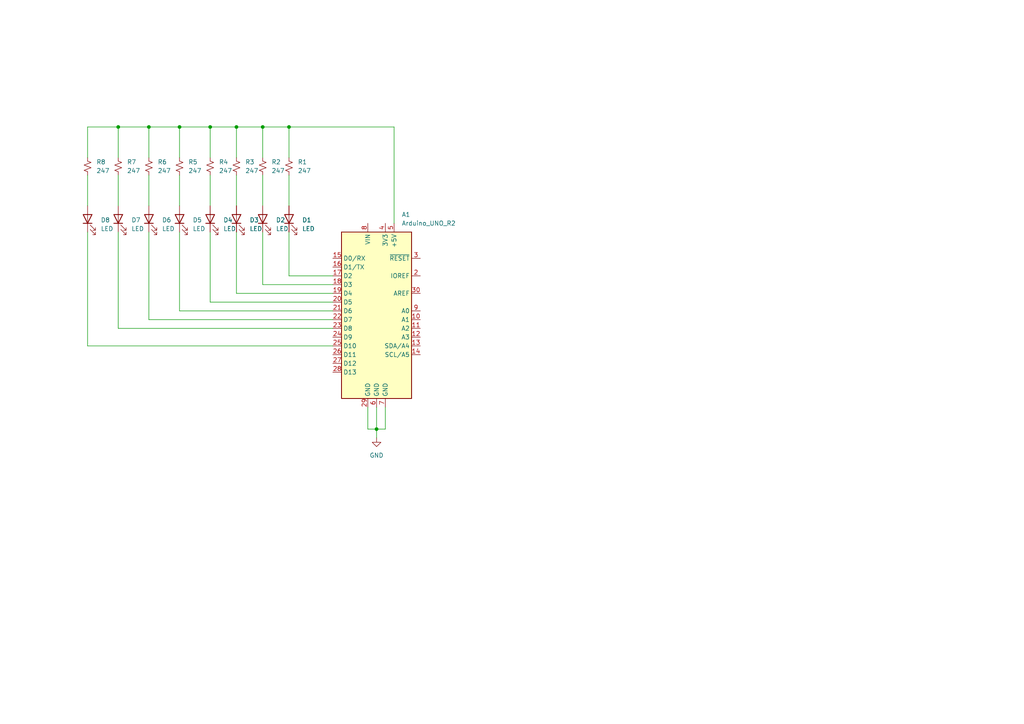
<source format=kicad_sch>
(kicad_sch (version 20230121) (generator eeschema)

  (uuid 1b7596ec-5a40-4da6-a47a-30ee5c0f1f66)

  (paper "A4")

  (title_block
    (title "ARDUINO UNO SHIELD")
    (date "13/1/2024")
    (rev "1")
    (company "HCMUT ESD E1")
    (comment 1 "Vo Thien Nhan _ 2151025")
  )

  (lib_symbols
    (symbol "Device:LED" (pin_numbers hide) (pin_names (offset 1.016) hide) (in_bom yes) (on_board yes)
      (property "Reference" "D" (at 0 2.54 0)
        (effects (font (size 1.27 1.27)))
      )
      (property "Value" "LED" (at 0 -2.54 0)
        (effects (font (size 1.27 1.27)))
      )
      (property "Footprint" "" (at 0 0 0)
        (effects (font (size 1.27 1.27)) hide)
      )
      (property "Datasheet" "~" (at 0 0 0)
        (effects (font (size 1.27 1.27)) hide)
      )
      (property "ki_keywords" "LED diode" (at 0 0 0)
        (effects (font (size 1.27 1.27)) hide)
      )
      (property "ki_description" "Light emitting diode" (at 0 0 0)
        (effects (font (size 1.27 1.27)) hide)
      )
      (property "ki_fp_filters" "LED* LED_SMD:* LED_THT:*" (at 0 0 0)
        (effects (font (size 1.27 1.27)) hide)
      )
      (symbol "LED_0_1"
        (polyline
          (pts
            (xy -1.27 -1.27)
            (xy -1.27 1.27)
          )
          (stroke (width 0.254) (type default))
          (fill (type none))
        )
        (polyline
          (pts
            (xy -1.27 0)
            (xy 1.27 0)
          )
          (stroke (width 0) (type default))
          (fill (type none))
        )
        (polyline
          (pts
            (xy 1.27 -1.27)
            (xy 1.27 1.27)
            (xy -1.27 0)
            (xy 1.27 -1.27)
          )
          (stroke (width 0.254) (type default))
          (fill (type none))
        )
        (polyline
          (pts
            (xy -3.048 -0.762)
            (xy -4.572 -2.286)
            (xy -3.81 -2.286)
            (xy -4.572 -2.286)
            (xy -4.572 -1.524)
          )
          (stroke (width 0) (type default))
          (fill (type none))
        )
        (polyline
          (pts
            (xy -1.778 -0.762)
            (xy -3.302 -2.286)
            (xy -2.54 -2.286)
            (xy -3.302 -2.286)
            (xy -3.302 -1.524)
          )
          (stroke (width 0) (type default))
          (fill (type none))
        )
      )
      (symbol "LED_1_1"
        (pin passive line (at -3.81 0 0) (length 2.54)
          (name "K" (effects (font (size 1.27 1.27))))
          (number "1" (effects (font (size 1.27 1.27))))
        )
        (pin passive line (at 3.81 0 180) (length 2.54)
          (name "A" (effects (font (size 1.27 1.27))))
          (number "2" (effects (font (size 1.27 1.27))))
        )
      )
    )
    (symbol "Device:R_Small_US" (pin_numbers hide) (pin_names (offset 0.254) hide) (in_bom yes) (on_board yes)
      (property "Reference" "R" (at 0.762 0.508 0)
        (effects (font (size 1.27 1.27)) (justify left))
      )
      (property "Value" "R_Small_US" (at 0.762 -1.016 0)
        (effects (font (size 1.27 1.27)) (justify left))
      )
      (property "Footprint" "" (at 0 0 0)
        (effects (font (size 1.27 1.27)) hide)
      )
      (property "Datasheet" "~" (at 0 0 0)
        (effects (font (size 1.27 1.27)) hide)
      )
      (property "ki_keywords" "r resistor" (at 0 0 0)
        (effects (font (size 1.27 1.27)) hide)
      )
      (property "ki_description" "Resistor, small US symbol" (at 0 0 0)
        (effects (font (size 1.27 1.27)) hide)
      )
      (property "ki_fp_filters" "R_*" (at 0 0 0)
        (effects (font (size 1.27 1.27)) hide)
      )
      (symbol "R_Small_US_1_1"
        (polyline
          (pts
            (xy 0 0)
            (xy 1.016 -0.381)
            (xy 0 -0.762)
            (xy -1.016 -1.143)
            (xy 0 -1.524)
          )
          (stroke (width 0) (type default))
          (fill (type none))
        )
        (polyline
          (pts
            (xy 0 1.524)
            (xy 1.016 1.143)
            (xy 0 0.762)
            (xy -1.016 0.381)
            (xy 0 0)
          )
          (stroke (width 0) (type default))
          (fill (type none))
        )
        (pin passive line (at 0 2.54 270) (length 1.016)
          (name "~" (effects (font (size 1.27 1.27))))
          (number "1" (effects (font (size 1.27 1.27))))
        )
        (pin passive line (at 0 -2.54 90) (length 1.016)
          (name "~" (effects (font (size 1.27 1.27))))
          (number "2" (effects (font (size 1.27 1.27))))
        )
      )
    )
    (symbol "MCU_Module:Arduino_UNO_R2" (in_bom yes) (on_board yes)
      (property "Reference" "A" (at -10.16 23.495 0)
        (effects (font (size 1.27 1.27)) (justify left bottom))
      )
      (property "Value" "Arduino_UNO_R2" (at 5.08 -26.67 0)
        (effects (font (size 1.27 1.27)) (justify left top))
      )
      (property "Footprint" "Module:Arduino_UNO_R2" (at 0 0 0)
        (effects (font (size 1.27 1.27) italic) hide)
      )
      (property "Datasheet" "https://www.arduino.cc/en/Main/arduinoBoardUno" (at 0 0 0)
        (effects (font (size 1.27 1.27)) hide)
      )
      (property "ki_keywords" "Arduino UNO R3 Microcontroller Module Atmel AVR USB" (at 0 0 0)
        (effects (font (size 1.27 1.27)) hide)
      )
      (property "ki_description" "Arduino UNO Microcontroller Module, release 2" (at 0 0 0)
        (effects (font (size 1.27 1.27)) hide)
      )
      (property "ki_fp_filters" "Arduino*UNO*R2*" (at 0 0 0)
        (effects (font (size 1.27 1.27)) hide)
      )
      (symbol "Arduino_UNO_R2_0_1"
        (rectangle (start -10.16 22.86) (end 10.16 -25.4)
          (stroke (width 0.254) (type default))
          (fill (type background))
        )
      )
      (symbol "Arduino_UNO_R2_1_1"
        (pin no_connect line (at -10.16 -20.32 0) (length 2.54) hide
          (name "NC" (effects (font (size 1.27 1.27))))
          (number "1" (effects (font (size 1.27 1.27))))
        )
        (pin bidirectional line (at 12.7 -2.54 180) (length 2.54)
          (name "A1" (effects (font (size 1.27 1.27))))
          (number "10" (effects (font (size 1.27 1.27))))
        )
        (pin bidirectional line (at 12.7 -5.08 180) (length 2.54)
          (name "A2" (effects (font (size 1.27 1.27))))
          (number "11" (effects (font (size 1.27 1.27))))
        )
        (pin bidirectional line (at 12.7 -7.62 180) (length 2.54)
          (name "A3" (effects (font (size 1.27 1.27))))
          (number "12" (effects (font (size 1.27 1.27))))
        )
        (pin bidirectional line (at 12.7 -10.16 180) (length 2.54)
          (name "SDA/A4" (effects (font (size 1.27 1.27))))
          (number "13" (effects (font (size 1.27 1.27))))
        )
        (pin bidirectional line (at 12.7 -12.7 180) (length 2.54)
          (name "SCL/A5" (effects (font (size 1.27 1.27))))
          (number "14" (effects (font (size 1.27 1.27))))
        )
        (pin bidirectional line (at -12.7 15.24 0) (length 2.54)
          (name "D0/RX" (effects (font (size 1.27 1.27))))
          (number "15" (effects (font (size 1.27 1.27))))
        )
        (pin bidirectional line (at -12.7 12.7 0) (length 2.54)
          (name "D1/TX" (effects (font (size 1.27 1.27))))
          (number "16" (effects (font (size 1.27 1.27))))
        )
        (pin bidirectional line (at -12.7 10.16 0) (length 2.54)
          (name "D2" (effects (font (size 1.27 1.27))))
          (number "17" (effects (font (size 1.27 1.27))))
        )
        (pin bidirectional line (at -12.7 7.62 0) (length 2.54)
          (name "D3" (effects (font (size 1.27 1.27))))
          (number "18" (effects (font (size 1.27 1.27))))
        )
        (pin bidirectional line (at -12.7 5.08 0) (length 2.54)
          (name "D4" (effects (font (size 1.27 1.27))))
          (number "19" (effects (font (size 1.27 1.27))))
        )
        (pin output line (at 12.7 10.16 180) (length 2.54)
          (name "IOREF" (effects (font (size 1.27 1.27))))
          (number "2" (effects (font (size 1.27 1.27))))
        )
        (pin bidirectional line (at -12.7 2.54 0) (length 2.54)
          (name "D5" (effects (font (size 1.27 1.27))))
          (number "20" (effects (font (size 1.27 1.27))))
        )
        (pin bidirectional line (at -12.7 0 0) (length 2.54)
          (name "D6" (effects (font (size 1.27 1.27))))
          (number "21" (effects (font (size 1.27 1.27))))
        )
        (pin bidirectional line (at -12.7 -2.54 0) (length 2.54)
          (name "D7" (effects (font (size 1.27 1.27))))
          (number "22" (effects (font (size 1.27 1.27))))
        )
        (pin bidirectional line (at -12.7 -5.08 0) (length 2.54)
          (name "D8" (effects (font (size 1.27 1.27))))
          (number "23" (effects (font (size 1.27 1.27))))
        )
        (pin bidirectional line (at -12.7 -7.62 0) (length 2.54)
          (name "D9" (effects (font (size 1.27 1.27))))
          (number "24" (effects (font (size 1.27 1.27))))
        )
        (pin bidirectional line (at -12.7 -10.16 0) (length 2.54)
          (name "D10" (effects (font (size 1.27 1.27))))
          (number "25" (effects (font (size 1.27 1.27))))
        )
        (pin bidirectional line (at -12.7 -12.7 0) (length 2.54)
          (name "D11" (effects (font (size 1.27 1.27))))
          (number "26" (effects (font (size 1.27 1.27))))
        )
        (pin bidirectional line (at -12.7 -15.24 0) (length 2.54)
          (name "D12" (effects (font (size 1.27 1.27))))
          (number "27" (effects (font (size 1.27 1.27))))
        )
        (pin bidirectional line (at -12.7 -17.78 0) (length 2.54)
          (name "D13" (effects (font (size 1.27 1.27))))
          (number "28" (effects (font (size 1.27 1.27))))
        )
        (pin power_in line (at -2.54 -27.94 90) (length 2.54)
          (name "GND" (effects (font (size 1.27 1.27))))
          (number "29" (effects (font (size 1.27 1.27))))
        )
        (pin input line (at 12.7 15.24 180) (length 2.54)
          (name "~{RESET}" (effects (font (size 1.27 1.27))))
          (number "3" (effects (font (size 1.27 1.27))))
        )
        (pin input line (at 12.7 5.08 180) (length 2.54)
          (name "AREF" (effects (font (size 1.27 1.27))))
          (number "30" (effects (font (size 1.27 1.27))))
        )
        (pin power_out line (at 2.54 25.4 270) (length 2.54)
          (name "3V3" (effects (font (size 1.27 1.27))))
          (number "4" (effects (font (size 1.27 1.27))))
        )
        (pin power_out line (at 5.08 25.4 270) (length 2.54)
          (name "+5V" (effects (font (size 1.27 1.27))))
          (number "5" (effects (font (size 1.27 1.27))))
        )
        (pin power_in line (at 0 -27.94 90) (length 2.54)
          (name "GND" (effects (font (size 1.27 1.27))))
          (number "6" (effects (font (size 1.27 1.27))))
        )
        (pin power_in line (at 2.54 -27.94 90) (length 2.54)
          (name "GND" (effects (font (size 1.27 1.27))))
          (number "7" (effects (font (size 1.27 1.27))))
        )
        (pin power_in line (at -2.54 25.4 270) (length 2.54)
          (name "VIN" (effects (font (size 1.27 1.27))))
          (number "8" (effects (font (size 1.27 1.27))))
        )
        (pin bidirectional line (at 12.7 0 180) (length 2.54)
          (name "A0" (effects (font (size 1.27 1.27))))
          (number "9" (effects (font (size 1.27 1.27))))
        )
      )
    )
    (symbol "power:GND" (power) (pin_names (offset 0)) (in_bom yes) (on_board yes)
      (property "Reference" "#PWR" (at 0 -6.35 0)
        (effects (font (size 1.27 1.27)) hide)
      )
      (property "Value" "GND" (at 0 -3.81 0)
        (effects (font (size 1.27 1.27)))
      )
      (property "Footprint" "" (at 0 0 0)
        (effects (font (size 1.27 1.27)) hide)
      )
      (property "Datasheet" "" (at 0 0 0)
        (effects (font (size 1.27 1.27)) hide)
      )
      (property "ki_keywords" "global power" (at 0 0 0)
        (effects (font (size 1.27 1.27)) hide)
      )
      (property "ki_description" "Power symbol creates a global label with name \"GND\" , ground" (at 0 0 0)
        (effects (font (size 1.27 1.27)) hide)
      )
      (symbol "GND_0_1"
        (polyline
          (pts
            (xy 0 0)
            (xy 0 -1.27)
            (xy 1.27 -1.27)
            (xy 0 -2.54)
            (xy -1.27 -1.27)
            (xy 0 -1.27)
          )
          (stroke (width 0) (type default))
          (fill (type none))
        )
      )
      (symbol "GND_1_1"
        (pin power_in line (at 0 0 270) (length 0) hide
          (name "GND" (effects (font (size 1.27 1.27))))
          (number "1" (effects (font (size 1.27 1.27))))
        )
      )
    )
  )

  (junction (at 68.58 36.83) (diameter 0) (color 0 0 0 0)
    (uuid 0058db66-fe57-4cec-9bc9-55cc38830df0)
  )
  (junction (at 76.2 36.83) (diameter 0) (color 0 0 0 0)
    (uuid 0aa7f47d-55f1-4284-92c1-9a68ca6225d3)
  )
  (junction (at 83.82 36.83) (diameter 0) (color 0 0 0 0)
    (uuid 0e0244f0-3cc5-44ee-bb33-c410ab86dd39)
  )
  (junction (at 60.96 36.83) (diameter 0) (color 0 0 0 0)
    (uuid 52b40b47-fdc3-4cef-a18d-9d3682146f79)
  )
  (junction (at 52.07 36.83) (diameter 0) (color 0 0 0 0)
    (uuid a639b31e-0fd0-4c9c-b255-b55e2091dc8d)
  )
  (junction (at 43.18 36.83) (diameter 0) (color 0 0 0 0)
    (uuid c6c953c9-a7c4-4cf9-a512-e37975ca3bf8)
  )
  (junction (at 109.22 124.46) (diameter 0) (color 0 0 0 0)
    (uuid c9708c1b-490b-4e7a-8489-c0f042db11a6)
  )
  (junction (at 34.29 36.83) (diameter 0) (color 0 0 0 0)
    (uuid db35f78c-e510-4288-aadd-3c23f63765a0)
  )

  (wire (pts (xy 111.76 118.11) (xy 111.76 124.46))
    (stroke (width 0) (type default))
    (uuid 0a6dc645-4682-4451-9487-b1241c3734c2)
  )
  (wire (pts (xy 109.22 118.11) (xy 109.22 124.46))
    (stroke (width 0) (type default))
    (uuid 10aa7464-04df-4ec7-9753-2d37ca464b7d)
  )
  (wire (pts (xy 52.07 90.17) (xy 96.52 90.17))
    (stroke (width 0) (type default))
    (uuid 12fdb089-4986-465b-b9da-e7566c2dc7fb)
  )
  (wire (pts (xy 52.07 67.31) (xy 52.07 90.17))
    (stroke (width 0) (type default))
    (uuid 136cdc00-d0fa-42f8-82da-8887780a956d)
  )
  (wire (pts (xy 83.82 50.8) (xy 83.82 59.69))
    (stroke (width 0) (type default))
    (uuid 166710ef-0ab9-430b-bf38-5c701de6c3fe)
  )
  (wire (pts (xy 111.76 124.46) (xy 109.22 124.46))
    (stroke (width 0) (type default))
    (uuid 16e5d767-e8bf-4199-b30c-ac64acca67b4)
  )
  (wire (pts (xy 60.96 87.63) (xy 96.52 87.63))
    (stroke (width 0) (type default))
    (uuid 174f4f50-7c65-490b-8404-ea1e2ede8d88)
  )
  (wire (pts (xy 68.58 36.83) (xy 68.58 45.72))
    (stroke (width 0) (type default))
    (uuid 181244a2-a099-48ff-8cdc-6f3f5bb61247)
  )
  (wire (pts (xy 106.68 124.46) (xy 109.22 124.46))
    (stroke (width 0) (type default))
    (uuid 2a01df49-73f6-4411-b52d-26fa853ceff0)
  )
  (wire (pts (xy 68.58 67.31) (xy 68.58 85.09))
    (stroke (width 0) (type default))
    (uuid 2d8a1845-90ed-4526-8dd9-455b2f7a9d11)
  )
  (wire (pts (xy 52.07 36.83) (xy 52.07 45.72))
    (stroke (width 0) (type default))
    (uuid 3dad6b9a-34eb-4b75-8422-8294df303793)
  )
  (wire (pts (xy 25.4 100.33) (xy 96.52 100.33))
    (stroke (width 0) (type default))
    (uuid 43fd53f6-c42c-48be-898b-e5b3b1d6e9f6)
  )
  (wire (pts (xy 68.58 36.83) (xy 76.2 36.83))
    (stroke (width 0) (type default))
    (uuid 4cac00cc-1236-4950-b198-c09141adcc1d)
  )
  (wire (pts (xy 43.18 92.71) (xy 96.52 92.71))
    (stroke (width 0) (type default))
    (uuid 4e37d641-e53c-4735-a0fe-0eda608b8f62)
  )
  (wire (pts (xy 52.07 50.8) (xy 52.07 59.69))
    (stroke (width 0) (type default))
    (uuid 4ebb8600-7f2b-4168-a1ab-f0ab8fad3e98)
  )
  (wire (pts (xy 76.2 36.83) (xy 76.2 45.72))
    (stroke (width 0) (type default))
    (uuid 550b91b9-8cad-4158-a4bb-da3495ce8b06)
  )
  (wire (pts (xy 60.96 50.8) (xy 60.96 59.69))
    (stroke (width 0) (type default))
    (uuid 5d3e3584-58dd-49ed-937e-760452d127bf)
  )
  (wire (pts (xy 43.18 36.83) (xy 43.18 45.72))
    (stroke (width 0) (type default))
    (uuid 5f83c00b-926d-4782-b3da-6ab8f78abd54)
  )
  (wire (pts (xy 34.29 50.8) (xy 34.29 59.69))
    (stroke (width 0) (type default))
    (uuid 64e7aa58-2aac-4dae-ae8e-619241352290)
  )
  (wire (pts (xy 106.68 118.11) (xy 106.68 124.46))
    (stroke (width 0) (type default))
    (uuid 69056108-a60c-44fe-897f-11c8d67a5f5d)
  )
  (wire (pts (xy 34.29 36.83) (xy 43.18 36.83))
    (stroke (width 0) (type default))
    (uuid 770b7ab6-3588-41cd-b400-fc5d3f78fddc)
  )
  (wire (pts (xy 25.4 45.72) (xy 25.4 36.83))
    (stroke (width 0) (type default))
    (uuid 7754dd8e-01f4-4bdd-8cac-0e098c9184dc)
  )
  (wire (pts (xy 25.4 67.31) (xy 25.4 100.33))
    (stroke (width 0) (type default))
    (uuid 779a257e-ca11-4ac4-b3f6-c8d8fc759a8a)
  )
  (wire (pts (xy 76.2 67.31) (xy 76.2 82.55))
    (stroke (width 0) (type default))
    (uuid 791a82f4-7bf6-4df2-a7f2-29fdc8212cf5)
  )
  (wire (pts (xy 76.2 50.8) (xy 76.2 59.69))
    (stroke (width 0) (type default))
    (uuid 7e74e3ef-cbda-4880-bab3-8ff7fdb549a5)
  )
  (wire (pts (xy 68.58 50.8) (xy 68.58 59.69))
    (stroke (width 0) (type default))
    (uuid 8063ffcf-04fa-4e8b-af1e-73c4eacfecdb)
  )
  (wire (pts (xy 114.3 36.83) (xy 114.3 64.77))
    (stroke (width 0) (type default))
    (uuid 8995a098-5427-4ecb-9b98-137a2fbe422f)
  )
  (wire (pts (xy 60.96 36.83) (xy 68.58 36.83))
    (stroke (width 0) (type default))
    (uuid 8a7e788a-f957-4f2f-a466-3ee4ec18a32d)
  )
  (wire (pts (xy 83.82 80.01) (xy 96.52 80.01))
    (stroke (width 0) (type default))
    (uuid 8f2173dc-769b-49cc-83e8-26ef4fd19b9c)
  )
  (wire (pts (xy 76.2 82.55) (xy 96.52 82.55))
    (stroke (width 0) (type default))
    (uuid 91d82baa-18ef-4207-9eb0-68f7eca9eb86)
  )
  (wire (pts (xy 83.82 67.31) (xy 83.82 80.01))
    (stroke (width 0) (type default))
    (uuid a4575272-e658-4c7d-b0fa-7e8d0eaf6bd9)
  )
  (wire (pts (xy 60.96 36.83) (xy 60.96 45.72))
    (stroke (width 0) (type default))
    (uuid ad46ae39-7d0a-4f9c-8f0e-98bf2c9fae85)
  )
  (wire (pts (xy 34.29 95.25) (xy 96.52 95.25))
    (stroke (width 0) (type default))
    (uuid ae51919e-2c92-4c33-a0b5-2cdf81fbec31)
  )
  (wire (pts (xy 25.4 50.8) (xy 25.4 59.69))
    (stroke (width 0) (type default))
    (uuid b63d7669-f647-4a47-90f3-e5ce7c0abc8b)
  )
  (wire (pts (xy 25.4 36.83) (xy 34.29 36.83))
    (stroke (width 0) (type default))
    (uuid b82066e9-3607-426f-8520-bb0fc3eb2f8e)
  )
  (wire (pts (xy 43.18 36.83) (xy 52.07 36.83))
    (stroke (width 0) (type default))
    (uuid ba090a57-81cb-47e3-ab89-a6a374a16f08)
  )
  (wire (pts (xy 34.29 67.31) (xy 34.29 95.25))
    (stroke (width 0) (type default))
    (uuid cb0e4475-2f36-455e-b91e-89d838bc67e7)
  )
  (wire (pts (xy 68.58 85.09) (xy 96.52 85.09))
    (stroke (width 0) (type default))
    (uuid d1878fac-a753-4de4-bdbc-0652af7c7531)
  )
  (wire (pts (xy 83.82 36.83) (xy 114.3 36.83))
    (stroke (width 0) (type default))
    (uuid d202f83a-3642-46e2-8cfe-a1d763dbccf8)
  )
  (wire (pts (xy 60.96 67.31) (xy 60.96 87.63))
    (stroke (width 0) (type default))
    (uuid d2dc8d38-ff5a-4e5b-b1e1-029273c77c2d)
  )
  (wire (pts (xy 43.18 50.8) (xy 43.18 59.69))
    (stroke (width 0) (type default))
    (uuid d57e52b7-167a-49e9-a92c-2f23ed2e597c)
  )
  (wire (pts (xy 43.18 67.31) (xy 43.18 92.71))
    (stroke (width 0) (type default))
    (uuid e5b8c0f1-e5c6-42e9-b3fb-18fb879d0e71)
  )
  (wire (pts (xy 76.2 36.83) (xy 83.82 36.83))
    (stroke (width 0) (type default))
    (uuid eb491aca-0986-449b-ab13-11a97d09a2e0)
  )
  (wire (pts (xy 83.82 36.83) (xy 83.82 45.72))
    (stroke (width 0) (type default))
    (uuid ec5fc74c-3611-429d-9143-2166b526e45e)
  )
  (wire (pts (xy 52.07 36.83) (xy 60.96 36.83))
    (stroke (width 0) (type default))
    (uuid f0b3688c-f89d-4fc9-a16f-661c05527d04)
  )
  (wire (pts (xy 34.29 36.83) (xy 34.29 45.72))
    (stroke (width 0) (type default))
    (uuid f1cc260e-d06f-4707-ad52-73c7b4c65c2c)
  )
  (wire (pts (xy 109.22 124.46) (xy 109.22 127))
    (stroke (width 0) (type default))
    (uuid f22639a6-c43f-44e4-9482-1022cdc02d60)
  )

  (symbol (lib_id "Device:LED") (at 43.18 63.5 90) (unit 1)
    (in_bom yes) (on_board yes) (dnp no) (fields_autoplaced)
    (uuid 07557b71-c792-4cb5-9439-e57b7aef9f5e)
    (property "Reference" "D6" (at 46.99 63.8175 90)
      (effects (font (size 1.27 1.27)) (justify right))
    )
    (property "Value" "LED" (at 46.99 66.3575 90)
      (effects (font (size 1.27 1.27)) (justify right))
    )
    (property "Footprint" "LED_SMD:LED_0805_2012Metric" (at 43.18 63.5 0)
      (effects (font (size 1.27 1.27)) hide)
    )
    (property "Datasheet" "~" (at 43.18 63.5 0)
      (effects (font (size 1.27 1.27)) hide)
    )
    (pin "1" (uuid 31bee5b2-d82f-4821-9f7b-0997adac1439))
    (pin "2" (uuid 28c41ac6-8e24-4a2d-bca8-af4bd7402482))
    (instances
      (project "ARDUINO UNO SHIELD"
        (path "/1b7596ec-5a40-4da6-a47a-30ee5c0f1f66"
          (reference "D6") (unit 1)
        )
      )
    )
  )

  (symbol (lib_id "Device:R_Small_US") (at 52.07 48.26 0) (unit 1)
    (in_bom yes) (on_board yes) (dnp no) (fields_autoplaced)
    (uuid 0c608dad-bde9-41a3-915e-ad6bd613e347)
    (property "Reference" "R5" (at 54.61 46.99 0)
      (effects (font (size 1.27 1.27)) (justify left))
    )
    (property "Value" "247" (at 54.61 49.53 0)
      (effects (font (size 1.27 1.27)) (justify left))
    )
    (property "Footprint" "Resistor_SMD:R_0603_1608Metric" (at 52.07 48.26 0)
      (effects (font (size 1.27 1.27)) hide)
    )
    (property "Datasheet" "~" (at 52.07 48.26 0)
      (effects (font (size 1.27 1.27)) hide)
    )
    (pin "2" (uuid ea0cade3-6930-4152-b524-3f8a10ee3cbb))
    (pin "1" (uuid bbe23709-677c-4619-a016-6e5e3e77fd1e))
    (instances
      (project "ARDUINO UNO SHIELD"
        (path "/1b7596ec-5a40-4da6-a47a-30ee5c0f1f66"
          (reference "R5") (unit 1)
        )
      )
    )
  )

  (symbol (lib_id "Device:R_Small_US") (at 83.82 48.26 0) (unit 1)
    (in_bom yes) (on_board yes) (dnp no) (fields_autoplaced)
    (uuid 1d968c10-5329-4f91-986b-d4fbc4240bd7)
    (property "Reference" "R1" (at 86.36 46.99 0)
      (effects (font (size 1.27 1.27)) (justify left))
    )
    (property "Value" "247" (at 86.36 49.53 0)
      (effects (font (size 1.27 1.27)) (justify left))
    )
    (property "Footprint" "Resistor_SMD:R_0603_1608Metric" (at 83.82 48.26 0)
      (effects (font (size 1.27 1.27)) hide)
    )
    (property "Datasheet" "~" (at 83.82 48.26 0)
      (effects (font (size 1.27 1.27)) hide)
    )
    (pin "2" (uuid dafc436e-2345-4445-82c4-2076e1d842de))
    (pin "1" (uuid 6cd344f6-3ec7-46e1-9943-0c16d1263450))
    (instances
      (project "ARDUINO UNO SHIELD"
        (path "/1b7596ec-5a40-4da6-a47a-30ee5c0f1f66"
          (reference "R1") (unit 1)
        )
      )
    )
  )

  (symbol (lib_id "Device:R_Small_US") (at 25.4 48.26 0) (unit 1)
    (in_bom yes) (on_board yes) (dnp no) (fields_autoplaced)
    (uuid 45e7d1ae-b55c-4984-97dd-c09082aa702c)
    (property "Reference" "R8" (at 27.94 46.99 0)
      (effects (font (size 1.27 1.27)) (justify left))
    )
    (property "Value" "247" (at 27.94 49.53 0)
      (effects (font (size 1.27 1.27)) (justify left))
    )
    (property "Footprint" "Resistor_SMD:R_0603_1608Metric" (at 25.4 48.26 0)
      (effects (font (size 1.27 1.27)) hide)
    )
    (property "Datasheet" "~" (at 25.4 48.26 0)
      (effects (font (size 1.27 1.27)) hide)
    )
    (pin "2" (uuid a344ae32-ba46-4261-94b4-ba389980cd8d))
    (pin "1" (uuid 9203e4f3-8bcb-44a9-8d62-50e5bf5a69d1))
    (instances
      (project "ARDUINO UNO SHIELD"
        (path "/1b7596ec-5a40-4da6-a47a-30ee5c0f1f66"
          (reference "R8") (unit 1)
        )
      )
    )
  )

  (symbol (lib_id "Device:LED") (at 34.29 63.5 90) (unit 1)
    (in_bom yes) (on_board yes) (dnp no) (fields_autoplaced)
    (uuid 46667b2e-a328-4a43-a22b-446e9b1a7c73)
    (property "Reference" "D7" (at 38.1 63.8175 90)
      (effects (font (size 1.27 1.27)) (justify right))
    )
    (property "Value" "LED" (at 38.1 66.3575 90)
      (effects (font (size 1.27 1.27)) (justify right))
    )
    (property "Footprint" "LED_SMD:LED_0805_2012Metric" (at 34.29 63.5 0)
      (effects (font (size 1.27 1.27)) hide)
    )
    (property "Datasheet" "~" (at 34.29 63.5 0)
      (effects (font (size 1.27 1.27)) hide)
    )
    (pin "1" (uuid b26d16e1-81fc-4e65-913c-4d3700e02829))
    (pin "2" (uuid a4ef11f8-690a-4f69-8c7c-34c49d575173))
    (instances
      (project "ARDUINO UNO SHIELD"
        (path "/1b7596ec-5a40-4da6-a47a-30ee5c0f1f66"
          (reference "D7") (unit 1)
        )
      )
    )
  )

  (symbol (lib_id "Device:LED") (at 76.2 63.5 90) (unit 1)
    (in_bom yes) (on_board yes) (dnp no) (fields_autoplaced)
    (uuid 47ecafcf-e1bc-490b-bffd-593a3e1a3b61)
    (property "Reference" "D2" (at 80.01 63.8175 90)
      (effects (font (size 1.27 1.27)) (justify right))
    )
    (property "Value" "LED" (at 80.01 66.3575 90)
      (effects (font (size 1.27 1.27)) (justify right))
    )
    (property "Footprint" "LED_SMD:LED_0805_2012Metric" (at 76.2 63.5 0)
      (effects (font (size 1.27 1.27)) hide)
    )
    (property "Datasheet" "~" (at 76.2 63.5 0)
      (effects (font (size 1.27 1.27)) hide)
    )
    (pin "1" (uuid 938376cf-41ed-44d2-9dc6-6462186cfc0d))
    (pin "2" (uuid 85159183-576e-426f-9db6-1483f775f8b9))
    (instances
      (project "ARDUINO UNO SHIELD"
        (path "/1b7596ec-5a40-4da6-a47a-30ee5c0f1f66"
          (reference "D2") (unit 1)
        )
      )
    )
  )

  (symbol (lib_id "Device:LED") (at 52.07 63.5 90) (unit 1)
    (in_bom yes) (on_board yes) (dnp no) (fields_autoplaced)
    (uuid 54b593ac-38e6-4bdc-9156-b8759de591fb)
    (property "Reference" "D5" (at 55.88 63.8175 90)
      (effects (font (size 1.27 1.27)) (justify right))
    )
    (property "Value" "LED" (at 55.88 66.3575 90)
      (effects (font (size 1.27 1.27)) (justify right))
    )
    (property "Footprint" "LED_SMD:LED_0805_2012Metric" (at 52.07 63.5 0)
      (effects (font (size 1.27 1.27)) hide)
    )
    (property "Datasheet" "~" (at 52.07 63.5 0)
      (effects (font (size 1.27 1.27)) hide)
    )
    (pin "1" (uuid 31b6e946-d3c8-4fb9-943e-6e41085435da))
    (pin "2" (uuid 3e60b7c4-aa10-47ff-ac89-8441a995c821))
    (instances
      (project "ARDUINO UNO SHIELD"
        (path "/1b7596ec-5a40-4da6-a47a-30ee5c0f1f66"
          (reference "D5") (unit 1)
        )
      )
    )
  )

  (symbol (lib_id "power:GND") (at 109.22 127 0) (unit 1)
    (in_bom yes) (on_board yes) (dnp no) (fields_autoplaced)
    (uuid 590db387-fd38-4691-9d56-f6346c329441)
    (property "Reference" "#PWR01" (at 109.22 133.35 0)
      (effects (font (size 1.27 1.27)) hide)
    )
    (property "Value" "GND" (at 109.22 132.08 0)
      (effects (font (size 1.27 1.27)))
    )
    (property "Footprint" "" (at 109.22 127 0)
      (effects (font (size 1.27 1.27)) hide)
    )
    (property "Datasheet" "" (at 109.22 127 0)
      (effects (font (size 1.27 1.27)) hide)
    )
    (pin "1" (uuid db94d67c-c8e2-4dc1-afc1-bf6010b72327))
    (instances
      (project "ARDUINO UNO SHIELD"
        (path "/1b7596ec-5a40-4da6-a47a-30ee5c0f1f66"
          (reference "#PWR01") (unit 1)
        )
      )
    )
  )

  (symbol (lib_id "Device:R_Small_US") (at 34.29 48.26 0) (unit 1)
    (in_bom yes) (on_board yes) (dnp no) (fields_autoplaced)
    (uuid 5f700da2-9870-4a5c-8b80-6e85e9475669)
    (property "Reference" "R7" (at 36.83 46.99 0)
      (effects (font (size 1.27 1.27)) (justify left))
    )
    (property "Value" "247" (at 36.83 49.53 0)
      (effects (font (size 1.27 1.27)) (justify left))
    )
    (property "Footprint" "Resistor_SMD:R_0603_1608Metric" (at 34.29 48.26 0)
      (effects (font (size 1.27 1.27)) hide)
    )
    (property "Datasheet" "~" (at 34.29 48.26 0)
      (effects (font (size 1.27 1.27)) hide)
    )
    (pin "2" (uuid 909b6891-195f-4f2e-8715-d1598b57e301))
    (pin "1" (uuid 38ea8ef0-0920-4181-80b0-44a90275b5c4))
    (instances
      (project "ARDUINO UNO SHIELD"
        (path "/1b7596ec-5a40-4da6-a47a-30ee5c0f1f66"
          (reference "R7") (unit 1)
        )
      )
    )
  )

  (symbol (lib_id "Device:R_Small_US") (at 60.96 48.26 0) (unit 1)
    (in_bom yes) (on_board yes) (dnp no) (fields_autoplaced)
    (uuid 68f4a69c-2b80-4cb5-a382-e54841c0a189)
    (property "Reference" "R4" (at 63.5 46.99 0)
      (effects (font (size 1.27 1.27)) (justify left))
    )
    (property "Value" "247" (at 63.5 49.53 0)
      (effects (font (size 1.27 1.27)) (justify left))
    )
    (property "Footprint" "Resistor_SMD:R_0603_1608Metric" (at 60.96 48.26 0)
      (effects (font (size 1.27 1.27)) hide)
    )
    (property "Datasheet" "~" (at 60.96 48.26 0)
      (effects (font (size 1.27 1.27)) hide)
    )
    (pin "2" (uuid ec75b5a8-dafd-48e3-b663-7fcbc533630f))
    (pin "1" (uuid 377bbf36-bbae-4269-a3f4-a63ce8980b1f))
    (instances
      (project "ARDUINO UNO SHIELD"
        (path "/1b7596ec-5a40-4da6-a47a-30ee5c0f1f66"
          (reference "R4") (unit 1)
        )
      )
    )
  )

  (symbol (lib_id "Device:R_Small_US") (at 68.58 48.26 0) (unit 1)
    (in_bom yes) (on_board yes) (dnp no) (fields_autoplaced)
    (uuid 695d3563-00aa-42da-97b3-9fe6fcea7fb1)
    (property "Reference" "R3" (at 71.12 46.99 0)
      (effects (font (size 1.27 1.27)) (justify left))
    )
    (property "Value" "247" (at 71.12 49.53 0)
      (effects (font (size 1.27 1.27)) (justify left))
    )
    (property "Footprint" "Resistor_SMD:R_0603_1608Metric" (at 68.58 48.26 0)
      (effects (font (size 1.27 1.27)) hide)
    )
    (property "Datasheet" "~" (at 68.58 48.26 0)
      (effects (font (size 1.27 1.27)) hide)
    )
    (pin "2" (uuid 2119ed47-9f70-47d1-9839-fd70ef2aebc0))
    (pin "1" (uuid d00bf7e6-9969-4a25-a762-864303c46399))
    (instances
      (project "ARDUINO UNO SHIELD"
        (path "/1b7596ec-5a40-4da6-a47a-30ee5c0f1f66"
          (reference "R3") (unit 1)
        )
      )
    )
  )

  (symbol (lib_id "Device:LED") (at 60.96 63.5 90) (unit 1)
    (in_bom yes) (on_board yes) (dnp no) (fields_autoplaced)
    (uuid 71fb7fa9-a4dc-4448-b38f-9f0046196026)
    (property "Reference" "D4" (at 64.77 63.8175 90)
      (effects (font (size 1.27 1.27)) (justify right))
    )
    (property "Value" "LED" (at 64.77 66.3575 90)
      (effects (font (size 1.27 1.27)) (justify right))
    )
    (property "Footprint" "LED_SMD:LED_0805_2012Metric" (at 60.96 63.5 0)
      (effects (font (size 1.27 1.27)) hide)
    )
    (property "Datasheet" "~" (at 60.96 63.5 0)
      (effects (font (size 1.27 1.27)) hide)
    )
    (pin "1" (uuid 0ac975a1-e268-4b08-9271-6adc7f49d08a))
    (pin "2" (uuid dd567feb-0fbe-450a-bdd3-1c8c1e1f520a))
    (instances
      (project "ARDUINO UNO SHIELD"
        (path "/1b7596ec-5a40-4da6-a47a-30ee5c0f1f66"
          (reference "D4") (unit 1)
        )
      )
    )
  )

  (symbol (lib_id "Device:R_Small_US") (at 76.2 48.26 0) (unit 1)
    (in_bom yes) (on_board yes) (dnp no) (fields_autoplaced)
    (uuid 7fc8e8cf-19fe-4f4c-9871-62d2d1f888ef)
    (property "Reference" "R2" (at 78.74 46.99 0)
      (effects (font (size 1.27 1.27)) (justify left))
    )
    (property "Value" "247" (at 78.74 49.53 0)
      (effects (font (size 1.27 1.27)) (justify left))
    )
    (property "Footprint" "Resistor_SMD:R_0603_1608Metric" (at 76.2 48.26 0)
      (effects (font (size 1.27 1.27)) hide)
    )
    (property "Datasheet" "~" (at 76.2 48.26 0)
      (effects (font (size 1.27 1.27)) hide)
    )
    (pin "2" (uuid 00fcfcea-a721-4744-be13-f1f3802fe4e0))
    (pin "1" (uuid 74930b56-1d72-4d9b-89b8-33a78ed366c6))
    (instances
      (project "ARDUINO UNO SHIELD"
        (path "/1b7596ec-5a40-4da6-a47a-30ee5c0f1f66"
          (reference "R2") (unit 1)
        )
      )
    )
  )

  (symbol (lib_id "Device:LED") (at 25.4 63.5 90) (unit 1)
    (in_bom yes) (on_board yes) (dnp no) (fields_autoplaced)
    (uuid 965edd17-fbe3-4cd6-a433-2e68876c18b9)
    (property "Reference" "D8" (at 29.21 63.8175 90)
      (effects (font (size 1.27 1.27)) (justify right))
    )
    (property "Value" "LED" (at 29.21 66.3575 90)
      (effects (font (size 1.27 1.27)) (justify right))
    )
    (property "Footprint" "LED_SMD:LED_0805_2012Metric" (at 25.4 63.5 0)
      (effects (font (size 1.27 1.27)) hide)
    )
    (property "Datasheet" "~" (at 25.4 63.5 0)
      (effects (font (size 1.27 1.27)) hide)
    )
    (pin "1" (uuid 4d8651ca-de74-4395-8f85-3ad140391b40))
    (pin "2" (uuid 98306d8c-7bae-44a2-b3ae-11cf461dd49b))
    (instances
      (project "ARDUINO UNO SHIELD"
        (path "/1b7596ec-5a40-4da6-a47a-30ee5c0f1f66"
          (reference "D8") (unit 1)
        )
      )
    )
  )

  (symbol (lib_id "MCU_Module:Arduino_UNO_R2") (at 109.22 90.17 0) (unit 1)
    (in_bom yes) (on_board yes) (dnp no) (fields_autoplaced)
    (uuid 9aef64db-a4b7-4710-a363-00d00cb08113)
    (property "Reference" "A1" (at 116.4941 62.23 0)
      (effects (font (size 1.27 1.27)) (justify left))
    )
    (property "Value" "Arduino_UNO_R2" (at 116.4941 64.77 0)
      (effects (font (size 1.27 1.27)) (justify left))
    )
    (property "Footprint" "Module:Arduino_UNO_R2" (at 109.22 90.17 0)
      (effects (font (size 1.27 1.27) italic) hide)
    )
    (property "Datasheet" "https://www.arduino.cc/en/Main/arduinoBoardUno" (at 109.22 90.17 0)
      (effects (font (size 1.27 1.27)) hide)
    )
    (pin "11" (uuid d7fc785f-eb1c-41c2-945c-b2ab6cbf3bf5))
    (pin "10" (uuid 9f3c585a-bb95-4cd7-8ef9-d2f9c573125b))
    (pin "2" (uuid da8df85c-1d70-4672-ad1c-9a1132b0551e))
    (pin "18" (uuid 2d41518a-4e37-4345-b8ca-faf28f9c7515))
    (pin "9" (uuid 65441f8b-86ef-40be-9a56-c2a1a77d7c70))
    (pin "28" (uuid c0b4f5b1-8ec2-48ea-a867-e809bcfcc98c))
    (pin "1" (uuid 4e101bbb-5253-40e4-9c0f-cb5de478bdde))
    (pin "15" (uuid 8023ba86-13d1-4f5d-bf39-95802b958e27))
    (pin "22" (uuid 855ed5e6-7657-4b99-afb1-9fe3b4bc5177))
    (pin "30" (uuid 0ae9957b-380d-4b67-a9e2-3177ade4e414))
    (pin "7" (uuid 61e52938-244c-48ed-93e3-40b4ba18c6b8))
    (pin "19" (uuid 24032c88-d957-4753-8f2f-8560e1fe10cd))
    (pin "17" (uuid d43ab701-e248-40cd-bef1-41906ea94a5e))
    (pin "12" (uuid 32fd8352-7ee1-4f12-b4b5-38d79bf67aa7))
    (pin "5" (uuid 328cb04f-0ff2-4406-8b71-3567bfdb2ba2))
    (pin "16" (uuid 268f335f-6eb9-4435-8dc1-91c4ebc29a1f))
    (pin "26" (uuid eb67e7ee-664f-458e-9b71-416ee3d51f30))
    (pin "21" (uuid 973819b9-217d-44af-ae7c-b6d5aaf073d2))
    (pin "4" (uuid ab27aec0-0110-464e-b012-1d99af06c5d7))
    (pin "24" (uuid 2fb50eaa-f01c-4b8b-a51a-aad3cdf42dc6))
    (pin "8" (uuid 340d8ce9-161e-42ee-bb46-8f236eec43e1))
    (pin "20" (uuid ea4e234d-bb18-4fd2-ace8-dd0d97748608))
    (pin "27" (uuid 26bcbe0f-e891-49af-aff2-9cf320dc0e95))
    (pin "3" (uuid 4516f60a-9398-44c0-b66d-4bd73a8a1e97))
    (pin "29" (uuid 196d3604-3291-42bf-9540-b79ae316b1a1))
    (pin "23" (uuid 8aa6b5ea-2d3b-48ab-a4dc-f0d69c291545))
    (pin "14" (uuid 2a157574-38ac-4e00-9f5a-34c0f612ce17))
    (pin "25" (uuid 9f75c99b-5219-436f-b51d-822e41d7afe4))
    (pin "13" (uuid fb0f51d7-d4c6-40a4-a99e-f15e20beac14))
    (pin "6" (uuid 1c32201b-b812-4b2f-bceb-3cd643ed3c36))
    (instances
      (project "ARDUINO UNO SHIELD"
        (path "/1b7596ec-5a40-4da6-a47a-30ee5c0f1f66"
          (reference "A1") (unit 1)
        )
      )
    )
  )

  (symbol (lib_id "Device:R_Small_US") (at 43.18 48.26 0) (unit 1)
    (in_bom yes) (on_board yes) (dnp no) (fields_autoplaced)
    (uuid abc5d099-181b-4f4d-94c1-f232edcb5135)
    (property "Reference" "R6" (at 45.72 46.99 0)
      (effects (font (size 1.27 1.27)) (justify left))
    )
    (property "Value" "247" (at 45.72 49.53 0)
      (effects (font (size 1.27 1.27)) (justify left))
    )
    (property "Footprint" "Resistor_SMD:R_0603_1608Metric" (at 43.18 48.26 0)
      (effects (font (size 1.27 1.27)) hide)
    )
    (property "Datasheet" "~" (at 43.18 48.26 0)
      (effects (font (size 1.27 1.27)) hide)
    )
    (pin "2" (uuid bd9f7cae-4b92-4f97-a5f4-ffc4a5b0e426))
    (pin "1" (uuid dd654c68-726f-4a0d-b61b-78ec5be56e76))
    (instances
      (project "ARDUINO UNO SHIELD"
        (path "/1b7596ec-5a40-4da6-a47a-30ee5c0f1f66"
          (reference "R6") (unit 1)
        )
      )
    )
  )

  (symbol (lib_id "Device:LED") (at 68.58 63.5 90) (unit 1)
    (in_bom yes) (on_board yes) (dnp no) (fields_autoplaced)
    (uuid ef4883f9-7415-4e0c-ad94-1e7e4f66690d)
    (property "Reference" "D3" (at 72.39 63.8175 90)
      (effects (font (size 1.27 1.27)) (justify right))
    )
    (property "Value" "LED" (at 72.39 66.3575 90)
      (effects (font (size 1.27 1.27)) (justify right))
    )
    (property "Footprint" "LED_SMD:LED_0805_2012Metric" (at 68.58 63.5 0)
      (effects (font (size 1.27 1.27)) hide)
    )
    (property "Datasheet" "~" (at 68.58 63.5 0)
      (effects (font (size 1.27 1.27)) hide)
    )
    (pin "1" (uuid 87c444ac-ba1f-4b95-9b86-f0c341555ebd))
    (pin "2" (uuid ee9e9c81-1612-471e-a757-cff0f76b2e81))
    (instances
      (project "ARDUINO UNO SHIELD"
        (path "/1b7596ec-5a40-4da6-a47a-30ee5c0f1f66"
          (reference "D3") (unit 1)
        )
      )
    )
  )

  (symbol (lib_id "Device:LED") (at 83.82 63.5 90) (unit 1)
    (in_bom yes) (on_board yes) (dnp no) (fields_autoplaced)
    (uuid f48fcd74-9344-4077-9692-1439b2c549ef)
    (property "Reference" "D1" (at 87.63 63.8175 90)
      (effects (font (size 1.27 1.27)) (justify right))
    )
    (property "Value" "LED" (at 87.63 66.3575 90)
      (effects (font (size 1.27 1.27)) (justify right))
    )
    (property "Footprint" "LED_SMD:LED_0805_2012Metric" (at 83.82 63.5 0)
      (effects (font (size 1.27 1.27)) hide)
    )
    (property "Datasheet" "~" (at 83.82 63.5 0)
      (effects (font (size 1.27 1.27)) hide)
    )
    (pin "1" (uuid a0a76a11-eaa4-4627-a04e-77a58958c8cc))
    (pin "2" (uuid 11d3820d-15d2-46b3-96ea-fed1e5686a47))
    (instances
      (project "ARDUINO UNO SHIELD"
        (path "/1b7596ec-5a40-4da6-a47a-30ee5c0f1f66"
          (reference "D1") (unit 1)
        )
      )
    )
  )

  (sheet_instances
    (path "/" (page "1"))
  )
)

</source>
